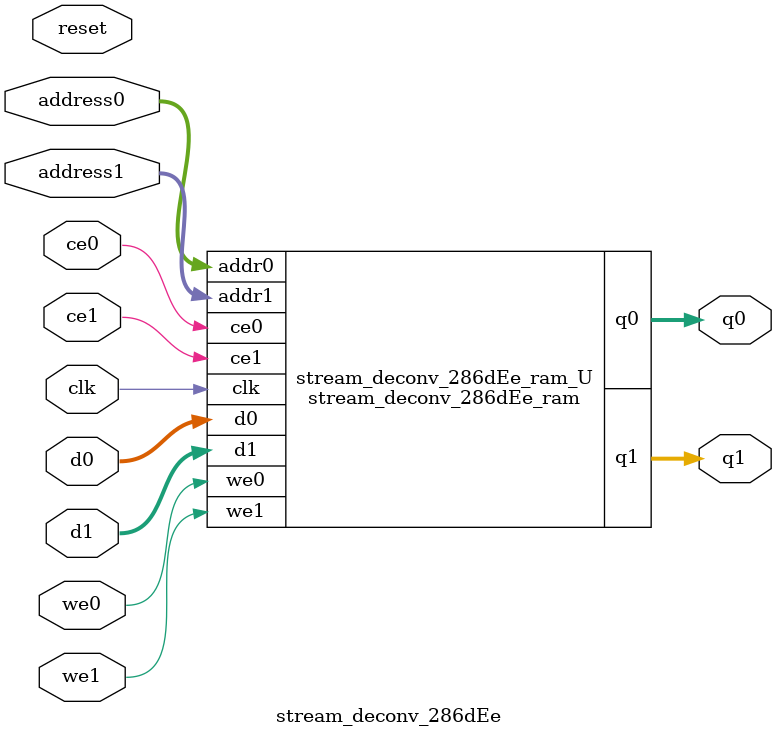
<source format=v>

`timescale 1 ns / 1 ps
module stream_deconv_286dEe_ram (addr0, ce0, d0, we0, q0, addr1, ce1, d1, we1, q1,  clk);

parameter DWIDTH = 18;
parameter AWIDTH = 9;
parameter MEM_SIZE = 392;

input[AWIDTH-1:0] addr0;
input ce0;
input[DWIDTH-1:0] d0;
input we0;
output reg[DWIDTH-1:0] q0;
input[AWIDTH-1:0] addr1;
input ce1;
input[DWIDTH-1:0] d1;
input we1;
output reg[DWIDTH-1:0] q1;
input clk;

(* ram_style = "block" *)reg [DWIDTH-1:0] ram[0:MEM_SIZE-1];




always @(posedge clk)  
begin 
    if (ce0) 
    begin
        if (we0) 
        begin 
            ram[addr0] <= d0; 
            q0 <= d0;
        end 
        else 
            q0 <= ram[addr0];
    end
end


always @(posedge clk)  
begin 
    if (ce1) 
    begin
        if (we1) 
        begin 
            ram[addr1] <= d1; 
            q1 <= d1;
        end 
        else 
            q1 <= ram[addr1];
    end
end


endmodule


`timescale 1 ns / 1 ps
module stream_deconv_286dEe(
    reset,
    clk,
    address0,
    ce0,
    we0,
    d0,
    q0,
    address1,
    ce1,
    we1,
    d1,
    q1);

parameter DataWidth = 32'd18;
parameter AddressRange = 32'd392;
parameter AddressWidth = 32'd9;
input reset;
input clk;
input[AddressWidth - 1:0] address0;
input ce0;
input we0;
input[DataWidth - 1:0] d0;
output[DataWidth - 1:0] q0;
input[AddressWidth - 1:0] address1;
input ce1;
input we1;
input[DataWidth - 1:0] d1;
output[DataWidth - 1:0] q1;



stream_deconv_286dEe_ram stream_deconv_286dEe_ram_U(
    .clk( clk ),
    .addr0( address0 ),
    .ce0( ce0 ),
    .d0( d0 ),
    .we0( we0 ),
    .q0( q0 ),
    .addr1( address1 ),
    .ce1( ce1 ),
    .d1( d1 ),
    .we1( we1 ),
    .q1( q1 ));

endmodule


</source>
